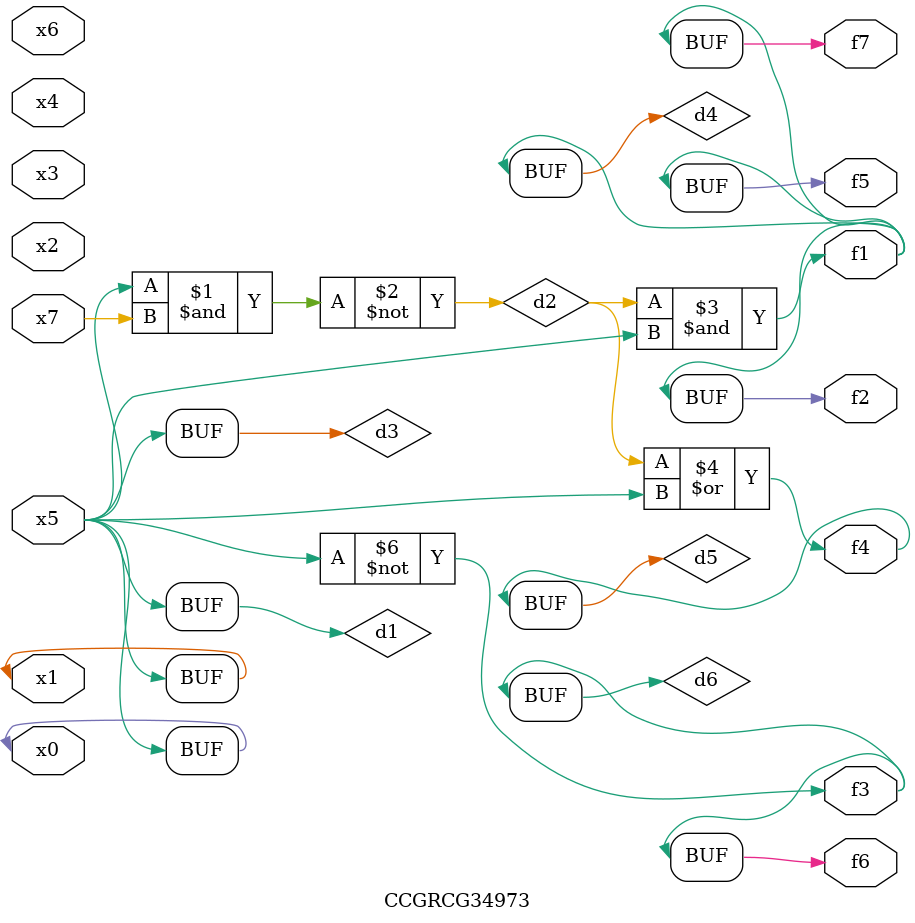
<source format=v>
module CCGRCG34973(
	input x0, x1, x2, x3, x4, x5, x6, x7,
	output f1, f2, f3, f4, f5, f6, f7
);

	wire d1, d2, d3, d4, d5, d6;

	buf (d1, x0, x5);
	nand (d2, x5, x7);
	buf (d3, x0, x1);
	and (d4, d2, d3);
	or (d5, d2, d3);
	nor (d6, d1, d3);
	assign f1 = d4;
	assign f2 = d4;
	assign f3 = d6;
	assign f4 = d5;
	assign f5 = d4;
	assign f6 = d6;
	assign f7 = d4;
endmodule

</source>
